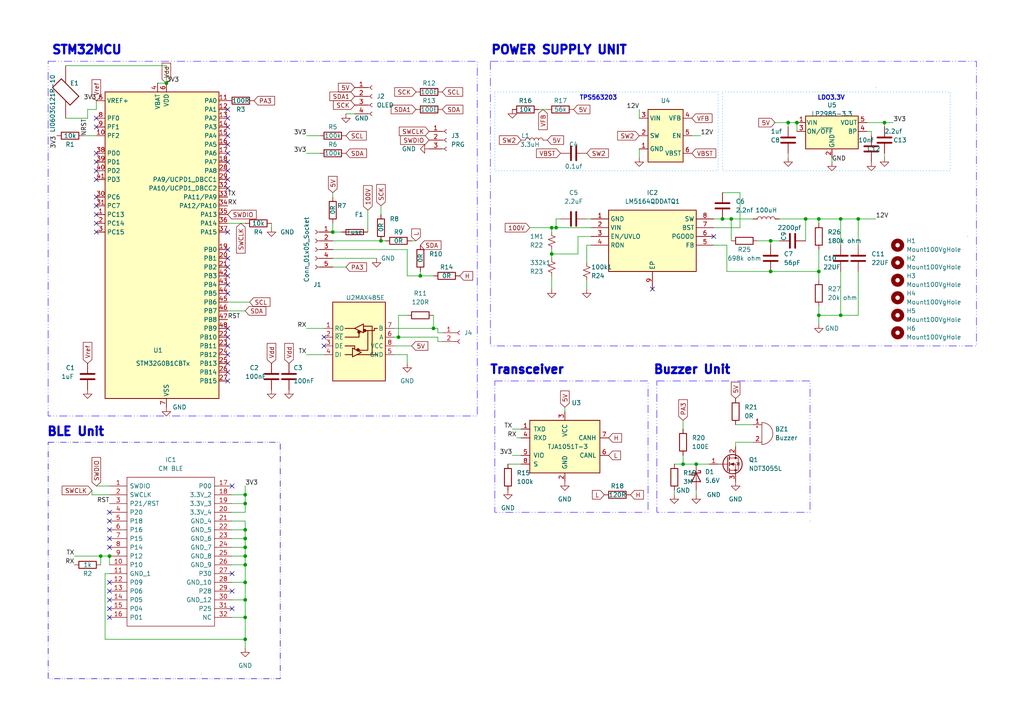
<source format=kicad_sch>
(kicad_sch (version 20230121) (generator eeschema)
  (paper "A4")
  (junction (at 228.6 35.56))
  (junction (at 248.92 63.5))
  (junction (at 71.12 153.67))
  (junction (at 71.12 185.42))
  (junction (at 160.02 73.66))
  (junction (at 121.92 80.01))
  (junction (at 161.29 66.04))
  (junction (at 243.84 63.5))
  (junction (at 237.49 63.5))
  (junction (at 201.93 134.62))
  (junction (at 243.84 91.44))
  (junction (at 31.75 161.29))
  (junction (at 212.09 63.5))
  (junction (at 256.54 35.56))
  (junction (at 160.02 66.04))
  (junction (at 48.26 24.13))
  (junction (at 71.12 161.29))
  (junction (at 71.12 179.07))
  (junction (at 209.55 63.5))
  (junction (at 71.12 143.51))
  (junction (at 71.12 173.99))
  (junction (at 110.49 69.85))
  (junction (at 223.52 78.74))
  (junction (at 71.12 146.05))
  (junction (at 231.14 35.56))
  (junction (at 198.12 134.62))
  (junction (at 115.57 97.79))
  (junction (at 237.49 91.44))
  (junction (at 233.68 63.5))
  (junction (at 71.12 156.21))
  (junction (at 223.52 69.85))
  (junction (at 125.73 95.25))
  (junction (at 237.49 78.74))
  (junction (at 71.12 163.83))
  (junction (at 71.12 158.75))
  (junction (at 71.12 168.91))
  (junction (at 96.52 67.31))
  (junction (at 29.21 161.29))
  (no_connect (at 27.94 46.99))
  (no_connect (at 66.04 34.29))
  (no_connect (at 66.04 97.79))
  (no_connect (at 27.94 44.45))
  (no_connect (at 27.94 64.77))
  (no_connect (at 27.94 49.53))
  (no_connect (at 66.04 95.25))
  (no_connect (at 189.23 83.82))
  (no_connect (at 93.98 100.33))
  (no_connect (at 66.04 36.83))
  (no_connect (at 66.04 44.45))
  (no_connect (at 67.31 166.37))
  (no_connect (at 31.75 153.67))
  (no_connect (at 31.75 171.45))
  (no_connect (at 27.94 59.69))
  (no_connect (at 27.94 67.31))
  (no_connect (at 67.31 176.53))
  (no_connect (at 66.04 77.47))
  (no_connect (at 207.01 68.58))
  (no_connect (at 66.04 80.01))
  (no_connect (at 66.04 100.33))
  (no_connect (at 66.04 39.37))
  (no_connect (at 66.04 85.09))
  (no_connect (at 31.75 158.75))
  (no_connect (at 27.94 36.83))
  (no_connect (at 66.04 105.41))
  (no_connect (at 27.94 52.07))
  (no_connect (at 31.75 148.59))
  (no_connect (at 31.75 179.07))
  (no_connect (at 93.98 97.79))
  (no_connect (at 66.04 31.75))
  (no_connect (at 31.75 156.21))
  (no_connect (at 31.75 151.13))
  (no_connect (at 66.04 110.49))
  (no_connect (at 67.31 171.45))
  (no_connect (at 66.04 41.91))
  (no_connect (at 66.04 102.87))
  (no_connect (at 67.31 140.97))
  (no_connect (at 31.75 173.99))
  (no_connect (at 66.04 49.53))
  (no_connect (at 66.04 107.95))
  (no_connect (at 66.04 54.61))
  (no_connect (at 66.04 74.93))
  (no_connect (at 27.94 57.15))
  (no_connect (at 66.04 46.99))
  (no_connect (at 66.04 72.39))
  (no_connect (at 27.94 34.29))
  (no_connect (at 66.04 82.55))
  (no_connect (at 66.04 67.31))
  (no_connect (at 31.75 168.91))
  (no_connect (at 66.04 52.07))
  (no_connect (at 27.94 62.23))
  (no_connect (at 31.75 176.53))
  (wire (pts (xy 153.67 66.04) (xy 160.02 66.04)))
  (wire (pts (xy 212.09 63.5) (xy 212.09 69.85)))
  (wire (pts (xy 160.02 72.39) (xy 160.02 73.66)))
  (wire (pts (xy 71.12 161.29) (xy 71.12 163.83)))
  (wire (pts (xy 71.12 153.67) (xy 71.12 156.21)))
  (wire (pts (xy 71.12 151.13) (xy 71.12 153.67)))
  (wire (pts (xy 226.06 63.5) (xy 233.68 63.5)))
  (wire (pts (xy 252.73 38.1) (xy 252.73 39.37)))
  (wire (pts (xy 71.12 143.51) (xy 71.12 146.05)))
  (wire (pts (xy 48.26 19.05) (xy 48.26 24.13)))
  (wire (pts (xy 207.01 63.5) (xy 209.55 63.5)))
  (wire (pts (xy 219.71 69.85) (xy 223.52 69.85)))
  (wire (pts (xy 96.52 64.77) (xy 96.52 67.31)))
  (wire (pts (xy 67.31 161.29) (xy 71.12 161.29)))
  (wire (pts (xy 248.92 91.44) (xy 243.84 91.44)))
  (wire (pts (xy 198.12 121.92) (xy 198.12 124.46)))
  (wire (pts (xy 71.12 158.75) (xy 71.12 161.29)))
  (wire (pts (xy 148.59 124.46) (xy 151.13 124.46)))
  (wire (pts (xy 26.67 142.24) (xy 26.67 143.51)))
  (wire (pts (xy 25.4 31.75) (xy 27.94 31.75)))
  (wire (pts (xy 19.05 19.05) (xy 48.26 19.05)))
  (wire (pts (xy 106.68 60.96) (xy 106.68 67.31)))
  (wire (pts (xy 71.12 163.83) (xy 71.12 168.91)))
  (wire (pts (xy 71.12 146.05) (xy 71.12 148.59)))
  (wire (pts (xy 67.31 156.21) (xy 71.12 156.21)))
  (wire (pts (xy 223.52 78.74) (xy 237.49 78.74)))
  (wire (pts (xy 67.31 173.99) (xy 71.12 173.99)))
  (wire (pts (xy 29.21 161.29) (xy 29.21 163.83)))
  (wire (pts (xy 127 95.25) (xy 127 96.52)))
  (wire (pts (xy 237.49 63.5) (xy 237.49 64.77)))
  (wire (pts (xy 67.31 179.07) (xy 71.12 179.07)))
  (wire (pts (xy 248.92 78.74) (xy 248.92 91.44)))
  (wire (pts (xy 71.12 90.17) (xy 66.04 90.17)))
  (wire (pts (xy 207.01 66.04) (xy 214.63 66.04)))
  (wire (pts (xy 127 99.06) (xy 128.27 99.06)))
  (wire (pts (xy 213.36 128.27) (xy 213.36 129.54)))
  (wire (pts (xy 162.56 63.5) (xy 161.29 63.5)))
  (wire (pts (xy 88.9 95.25) (xy 93.98 95.25)))
  (wire (pts (xy 160.02 66.04) (xy 160.02 67.31)))
  (wire (pts (xy 218.44 128.27) (xy 213.36 128.27)))
  (wire (pts (xy 119.38 69.85) (xy 120.65 69.85)))
  (wire (pts (xy 71.12 179.07) (xy 71.12 185.42)))
  (wire (pts (xy 125.73 91.44) (xy 125.73 95.25)))
  (wire (pts (xy 170.18 81.28) (xy 170.18 83.82)))
  (wire (pts (xy 256.54 35.56) (xy 256.54 36.83)))
  (wire (pts (xy 29.21 161.29) (xy 31.75 161.29)))
  (wire (pts (xy 31.75 166.37) (xy 30.48 166.37)))
  (wire (pts (xy 170.18 63.5) (xy 171.45 63.5)))
  (wire (pts (xy 228.6 35.56) (xy 231.14 35.56)))
  (wire (pts (xy 161.29 63.5) (xy 161.29 66.04)))
  (wire (pts (xy 115.57 91.44) (xy 115.57 97.79)))
  (wire (pts (xy 198.12 132.08) (xy 198.12 134.62)))
  (wire (pts (xy 118.11 72.39) (xy 118.11 80.01)))
  (wire (pts (xy 195.58 134.62) (xy 198.12 134.62)))
  (wire (pts (xy 161.29 66.04) (xy 171.45 66.04)))
  (wire (pts (xy 241.3 45.72) (xy 241.3 46.99)))
  (wire (pts (xy 67.31 158.75) (xy 71.12 158.75)))
  (wire (pts (xy 125.73 95.25) (xy 127 95.25)))
  (wire (pts (xy 231.14 35.56) (xy 231.14 38.1)))
  (wire (pts (xy 115.57 97.79) (xy 127 97.79)))
  (wire (pts (xy 24.13 39.37) (xy 27.94 39.37)))
  (wire (pts (xy 185.42 43.18) (xy 185.42 45.72)))
  (wire (pts (xy 96.52 72.39) (xy 118.11 72.39)))
  (wire (pts (xy 256.54 35.56) (xy 251.46 35.56)))
  (wire (pts (xy 224.79 35.56) (xy 228.6 35.56)))
  (wire (pts (xy 67.31 168.91) (xy 71.12 168.91)))
  (wire (pts (xy 72.39 87.63) (xy 66.04 87.63)))
  (wire (pts (xy 200.66 39.37) (xy 203.2 39.37)))
  (wire (pts (xy 256.54 44.45) (xy 256.54 45.72)))
  (wire (pts (xy 233.68 63.5) (xy 233.68 69.85)))
  (wire (pts (xy 96.52 67.31) (xy 99.06 67.31)))
  (wire (pts (xy 212.09 63.5) (xy 218.44 63.5)))
  (wire (pts (xy 71.12 173.99) (xy 71.12 179.07)))
  (wire (pts (xy 114.3 102.87) (xy 118.11 102.87)))
  (wire (pts (xy 67.31 146.05) (xy 71.12 146.05)))
  (wire (pts (xy 210.82 78.74) (xy 223.52 78.74)))
  (wire (pts (xy 147.32 134.62) (xy 151.13 134.62)))
  (wire (pts (xy 237.49 88.9) (xy 237.49 91.44)))
  (wire (pts (xy 118.11 80.01) (xy 121.92 80.01)))
  (wire (pts (xy 148.59 132.08) (xy 151.13 132.08)))
  (wire (pts (xy 185.42 31.75) (xy 185.42 34.29)))
  (wire (pts (xy 209.55 63.5) (xy 212.09 63.5)))
  (wire (pts (xy 160.02 80.01) (xy 160.02 83.82)))
  (wire (pts (xy 127 97.79) (xy 127 99.06)))
  (wire (pts (xy 110.49 69.85) (xy 111.76 69.85)))
  (wire (pts (xy 201.93 142.24) (xy 201.93 143.51)))
  (wire (pts (xy 198.12 134.62) (xy 201.93 134.62)))
  (wire (pts (xy 243.84 78.74) (xy 243.84 91.44)))
  (wire (pts (xy 167.64 68.58) (xy 167.64 73.66)))
  (wire (pts (xy 25.4 34.29) (xy 25.4 31.75)))
  (wire (pts (xy 88.9 44.45) (xy 92.71 44.45)))
  (wire (pts (xy 96.52 69.85) (xy 110.49 69.85)))
  (wire (pts (xy 121.92 80.01) (xy 125.73 80.01)))
  (wire (pts (xy 167.64 73.66) (xy 160.02 73.66)))
  (wire (pts (xy 114.3 95.25) (xy 125.73 95.25)))
  (wire (pts (xy 201.93 134.62) (xy 205.74 134.62)))
  (wire (pts (xy 71.12 140.97) (xy 71.12 143.51)))
  (wire (pts (xy 88.9 39.37) (xy 92.71 39.37)))
  (wire (pts (xy 118.11 91.44) (xy 115.57 91.44)))
  (wire (pts (xy 31.75 161.29) (xy 31.75 163.83)))
  (wire (pts (xy 67.31 143.51) (xy 71.12 143.51)))
  (wire (pts (xy 251.46 38.1) (xy 252.73 38.1)))
  (wire (pts (xy 118.11 102.87) (xy 118.11 105.41)))
  (wire (pts (xy 114.3 100.33) (xy 119.38 100.33)))
  (wire (pts (xy 27.94 140.97) (xy 31.75 140.97)))
  (wire (pts (xy 71.12 156.21) (xy 71.12 158.75)))
  (wire (pts (xy 31.75 143.51) (xy 26.67 143.51)))
  (wire (pts (xy 171.45 71.12) (xy 170.18 71.12)))
  (wire (pts (xy 114.3 97.79) (xy 115.57 97.79)))
  (wire (pts (xy 160.02 66.04) (xy 161.29 66.04)))
  (wire (pts (xy 78.74 66.04) (xy 78.74 64.77)))
  (wire (pts (xy 237.49 72.39) (xy 237.49 78.74)))
  (wire (pts (xy 149.86 127) (xy 151.13 127)))
  (wire (pts (xy 243.84 63.5) (xy 248.92 63.5)))
  (wire (pts (xy 100.33 33.02) (xy 102.87 33.02)))
  (wire (pts (xy 228.6 44.45) (xy 228.6 45.72)))
  (wire (pts (xy 71.12 64.77) (xy 66.04 64.77)))
  (wire (pts (xy 96.52 77.47) (xy 100.33 77.47)))
  (wire (pts (xy 214.63 66.04) (xy 214.63 55.88)))
  (wire (pts (xy 67.31 153.67) (xy 71.12 153.67)))
  (wire (pts (xy 233.68 63.5) (xy 237.49 63.5)))
  (wire (pts (xy 259.08 35.56) (xy 256.54 35.56)))
  (wire (pts (xy 88.9 102.87) (xy 93.98 102.87)))
  (wire (pts (xy 71.12 185.42) (xy 71.12 187.96)))
  (wire (pts (xy 170.18 71.12) (xy 170.18 76.2)))
  (wire (pts (xy 30.48 166.37) (xy 30.48 185.42)))
  (wire (pts (xy 30.48 185.42) (xy 71.12 185.42)))
  (wire (pts (xy 210.82 71.12) (xy 210.82 78.74)))
  (wire (pts (xy 195.58 142.24) (xy 195.58 143.51)))
  (wire (pts (xy 237.49 91.44) (xy 243.84 91.44)))
  (wire (pts (xy 248.92 63.5) (xy 248.92 71.12)))
  (wire (pts (xy 237.49 78.74) (xy 237.49 81.28)))
  (wire (pts (xy 248.92 63.5) (xy 254 63.5)))
  (wire (pts (xy 21.59 161.29) (xy 29.21 161.29)))
  (wire (pts (xy 19.05 34.29) (xy 25.4 34.29)))
  (wire (pts (xy 207.01 71.12) (xy 210.82 71.12)))
  (wire (pts (xy 214.63 55.88) (xy 209.55 55.88)))
  (wire (pts (xy 163.83 119.38) (xy 163.83 118.11)))
  (wire (pts (xy 213.36 123.19) (xy 218.44 123.19)))
  (wire (pts (xy 121.92 80.01) (xy 121.92 78.74)))
  (wire (pts (xy 67.31 151.13) (xy 71.12 151.13)))
  (wire (pts (xy 110.49 59.69) (xy 110.49 62.23)))
  (wire (pts (xy 223.52 69.85) (xy 223.52 71.12)))
  (wire (pts (xy 243.84 63.5) (xy 243.84 71.12)))
  (wire (pts (xy 223.52 69.85) (xy 226.06 69.85)))
  (wire (pts (xy 237.49 63.5) (xy 243.84 63.5)))
  (wire (pts (xy 27.94 31.75) (xy 27.94 29.21)))
  (wire (pts (xy 160.02 73.66) (xy 160.02 74.93)))
  (wire (pts (xy 48.26 24.13) (xy 45.72 24.13)))
  (wire (pts (xy 71.12 168.91) (xy 71.12 173.99)))
  (wire (pts (xy 67.31 148.59) (xy 71.12 148.59)))
  (wire (pts (xy 171.45 68.58) (xy 167.64 68.58)))
  (wire (pts (xy 228.6 35.56) (xy 228.6 36.83)))
  (wire (pts (xy 237.49 91.44) (xy 237.49 93.98)))
  (wire (pts (xy 156.21 31.75) (xy 158.75 31.75)))
  (wire (pts (xy 109.22 74.93) (xy 96.52 74.93)))
  (wire (pts (xy 96.52 55.88) (xy 96.52 57.15)))
  (wire (pts (xy 71.12 163.83) (xy 67.31 163.83)))
  (wire (pts (xy 127 96.52) (xy 128.27 96.52)))
  (rectangle (start 143.51 110.49) (end 187.96 148.59) (stroke (width 0.2) (type dash_dot_dot) (color 102 74 255 1)))
  (rectangle (start 190.5 110.49) (end 234.95 148.59) (stroke (width 0.2) (type dash_dot_dot) (color 102 74 255 1)))
  (rectangle (start 143.51 26.67) (end 208.28 49.53) (stroke (width 0.2) (type dot) (color 56 179 255 1)))
  (rectangle (start 58.42 195.58) (end 58.42 195.58))
  (rectangle (start 280.67 68.58) (end 280.67 68.58))
  (rectangle (start 142.24 17.78) (end 283.21 100.33) (stroke (width 0.2) (type dash_dot_dot) (color 102 74 255 1)))
  (rectangle (start 209.55 26.67) (end 275.59 49.53) (stroke (width 0.2) (type dot) (color 56 179 255 1)))
  (rectangle (start 13.97 17.78) (end 138.43 120.65) (stroke (width 0.2) (type dash_dot_dot) (color 102 74 255 1)))
  (rectangle (start 234.95 151.13) (end 234.95 151.13))
  (rectangle (start 13.97 128.27) (end 81.28 196.85) (stroke (width 0) (type dash_dot_dot)))
  (rectangle (start 254 25.4) (end 254 25.4))
  (text "STM32MCU\n\n\n" (at 35.56 24.13 0) (effects (font (size 2.5 2.5) (thickness 0.65) bold) (justify right bottom)))
  (text "Buzzer Unit\n\n\n" (at 212.09 116.84 0) (effects (font (size 2.5 2.5) (thickness 0.65) bold) (justify right bottom)))
  (text "BLE Unit\n\n" (at 30.48 130.81 0) (effects (font (size 2.5 2.5) (thickness 0.65) bold) (justify right bottom)))
  (text "LDO3.3V" (at 245.11 29.21 0) (effects (font (size 1.27 1.27) (thickness 0.254) bold) (justify right bottom)))
  (text "POWER SUPPLY UNIT \n\n\n" (at 142.24 24.13 0) (effects (font (size 2.5 2.5) (thickness 0.65) bold) (justify left bottom)))
  (text "TPS563203" (at 179.07 29.21 0) (effects (font (size 1.27 1.27) (thickness 0.254) bold) (justify right bottom)))
  (text "Transceiver\n\n\n" (at 163.83 116.84 0) (effects (font (size 2.5 2.5) (thickness 0.65) bold) (justify right bottom)))
  (label "12V" (at 185.42 31.75 180))
  (label "3V3" (at 88.9 44.45 180))
  (label "RX" (at 149.86 127 180))
  (label "RST" (at 66.04 92.71 0))
  (label "3V3" (at 16.51 39.37 270))
  (label "RX" (at 88.9 95.25 180))
  (label "GND" (at 241.3 46.99 0))
  (label "12V" (at 254 63.5 0))
  (label "TX" (at 21.59 161.29 180))
  (label "TX" (at 148.59 124.46 180))
  (label "NRST" (at 25.4 39.37 90))
  (label "RX" (at 21.59 163.83 180))
  (label "12V" (at 203.2 39.37 0))
  (label "3V3" (at 88.9 39.37 180))
  (label "RST" (at 31.75 146.05 180))
  (label "3V3" (at 48.26 24.13 0))
  (label "3V3" (at 71.12 140.97 0))
  (label "TX" (at 88.9 102.87 180))
  (label "TX" (at 66.04 57.15 0))
  (label "RX" (at 66.04 59.69 0))
  (label "3V3" (at 148.59 132.08 180))
  (label "3V3" (at 27.94 29.21 180))
  (label "3V3" (at 259.08 35.56 0))
  (global_label "VFB" (shape input) (at 157.48 31.75 270) (property "Intersheetrefs" "${INTERSHEET_REFS}" (effects hide)))
  (global_label "H" (shape input) (at 182.88 143.51 0) (property "Intersheetrefs" "${INTERSHEET_REFS}" (effects hide)))
  (global_label "SCL" (shape input) (at 72.39 87.63 0) (property "Intersheetrefs" "${INTERSHEET_REFS}" (effects hide)))
  (global_label "SWCLK" (shape input) (at 124.46 38.1 180) (property "Intersheetrefs" "${INTERSHEET_REFS}" (effects hide)))
  (global_label "VBST" (shape input) (at 162.56 44.45 180) (property "Intersheetrefs" "${INTERSHEET_REFS}" (effects hide)))
  (global_label "Vdd" (shape input) (at 78.74 105.41 90) (property "Intersheetrefs" "${INTERSHEET_REFS}" (effects hide)))
  (global_label "SCK" (shape input) (at 102.87 30.48 180) (property "Intersheetrefs" "${INTERSHEET_REFS}" (effects hide)))
  (global_label "5V" (shape input) (at 96.52 55.88 90) (property "Intersheetrefs" "${INTERSHEET_REFS}" (effects hide)))
  (global_label "SDA" (shape input) (at 71.12 90.17 0) (property "Intersheetrefs" "${INTERSHEET_REFS}" (effects hide)))
  (global_label "5V" (shape input) (at 166.37 31.75 0) (property "Intersheetrefs" "${INTERSHEET_REFS}" (effects hide)))
  (global_label "H" (shape input) (at 133.35 80.01 0) (property "Intersheetrefs" "${INTERSHEET_REFS}" (effects hide)))
  (global_label "5V" (shape input) (at 224.79 35.56 180) (property "Intersheetrefs" "${INTERSHEET_REFS}" (effects hide)))
  (global_label "SDA1" (shape input) (at 102.87 27.94 180) (property "Intersheetrefs" "${INTERSHEET_REFS}" (effects hide)))
  (global_label "SWDIO" (shape input) (at 27.94 140.97 90) (property "Intersheetrefs" "${INTERSHEET_REFS}" (effects hide)))
  (global_label "SDA" (shape input) (at 128.27 31.75 0) (property "Intersheetrefs" "${INTERSHEET_REFS}" (effects hide)))
  (global_label "SWDIO" (shape input) (at 66.04 62.23 0) (property "Intersheetrefs" "${INTERSHEET_REFS}" (effects hide)))
  (global_label "SCL" (shape input) (at 100.33 39.37 0) (property "Intersheetrefs" "${INTERSHEET_REFS}" (effects hide)))
  (global_label "SCL" (shape input) (at 128.27 26.67 0) (property "Intersheetrefs" "${INTERSHEET_REFS}" (effects hide)))
  (global_label "L" (shape input) (at 176.53 132.08 0) (property "Intersheetrefs" "${INTERSHEET_REFS}" (effects hide)))
  (global_label "SW2" (shape input) (at 170.18 44.45 0) (property "Intersheetrefs" "${INTERSHEET_REFS}" (effects hide)))
  (global_label "SDA1" (shape input) (at 120.65 31.75 180) (property "Intersheetrefs" "${INTERSHEET_REFS}" (effects hide)))
  (global_label "PA3" (shape input) (at 73.66 29.21 0) (property "Intersheetrefs" "${INTERSHEET_REFS}" (effects hide)))
  (global_label "L" (shape input) (at 120.65 69.85 90) (property "Intersheetrefs" "${INTERSHEET_REFS}" (effects hide)))
  (global_label "SCK" (shape input) (at 110.49 59.69 90) (property "Intersheetrefs" "${INTERSHEET_REFS}" (effects hide)))
  (global_label "5V" (shape input) (at 163.83 118.11 90) (property "Intersheetrefs" "${INTERSHEET_REFS}" (effects hide)))
  (global_label "5V" (shape input) (at 213.36 115.57 90) (property "Intersheetrefs" "${INTERSHEET_REFS}" (effects hide)))
  (global_label "SWDIO" (shape input) (at 124.46 40.64 180) (property "Intersheetrefs" "${INTERSHEET_REFS}" (effects hide)))
  (global_label "L" (shape input) (at 175.26 143.51 180) (property "Intersheetrefs" "${INTERSHEET_REFS}" (effects hide)))
  (global_label "VBST" (shape input) (at 200.66 44.45 0) (property "Intersheetrefs" "${INTERSHEET_REFS}" (effects hide)))
  (global_label "SWCLK" (shape input) (at 69.85 64.77 270) (property "Intersheetrefs" "${INTERSHEET_REFS}" (effects hide)))
  (global_label "SW2" (shape input) (at 151.13 40.64 180) (property "Intersheetrefs" "${INTERSHEET_REFS}" (effects hide)))
  (global_label "Vdd" (shape input) (at 48.26 24.13 90) (property "Intersheetrefs" "${INTERSHEET_REFS}" (effects hide)))
  (global_label "100V" (shape input) (at 153.67 66.04 180) (property "Intersheetrefs" "${INTERSHEET_REFS}" (effects hide)))
  (global_label "H" (shape input) (at 176.53 127 0) (property "Intersheetrefs" "${INTERSHEET_REFS}" (effects hide)))
  (global_label "Vref" (shape input) (at 25.4 105.41 90) (property "Intersheetrefs" "${INTERSHEET_REFS}" (effects hide)))
  (global_label "100V" (shape input) (at 106.68 60.96 90) (property "Intersheetrefs" "${INTERSHEET_REFS}" (effects hide)))
  (global_label "PA3" (shape input) (at 100.33 77.47 0) (property "Intersheetrefs" "${INTERSHEET_REFS}" (effects hide)))
  (global_label "SDA" (shape input) (at 121.92 71.12 0) (property "Intersheetrefs" "${INTERSHEET_REFS}" (effects hide)))
  (global_label "Vref" (shape input) (at 27.94 29.21 90) (property "Intersheetrefs" "${INTERSHEET_REFS}" (effects hide)))
  (global_label "SWCLK" (shape input) (at 26.67 142.24 180) (property "Intersheetrefs" "${INTERSHEET_REFS}" (effects hide)))
  (global_label "Vdd" (shape input) (at 83.82 105.41 90) (property "Intersheetrefs" "${INTERSHEET_REFS}" (effects hide)))
  (global_label "5V" (shape input) (at 102.87 25.4 180) (property "Intersheetrefs" "${INTERSHEET_REFS}" (effects hide)))
  (global_label "SDA" (shape input) (at 100.33 44.45 0) (property "Intersheetrefs" "${INTERSHEET_REFS}" (effects hide)))
  (global_label "VFB" (shape input) (at 200.66 34.29 0) (property "Intersheetrefs" "${INTERSHEET_REFS}" (effects hide)))
  (global_label "SW2" (shape input) (at 185.42 39.37 180) (property "Intersheetrefs" "${INTERSHEET_REFS}" (effects hide)))
  (global_label "5V" (shape input) (at 158.75 40.64 0) (property "Intersheetrefs" "${INTERSHEET_REFS}" (effects hide)))
  (global_label "PA3" (shape input) (at 198.12 121.92 90) (property "Intersheetrefs" "${INTERSHEET_REFS}" (effects hide)))
  (global_label "5V" (shape input) (at 119.38 100.33 0) (property "Intersheetrefs" "${INTERSHEET_REFS}" (effects hide)))
  (global_label "SCK" (shape input) (at 120.65 26.67 180) (property "Intersheetrefs" "${INTERSHEET_REFS}" (effects hide)))
  (symbol (lib_id "Device:R") (at 96.52 44.45 90) (unit 1)
    (property "Reference" "R6" (at 96.52 41.91 90))
    (property "Value" "100k" (at 96.52 44.45 90))
    (property "Footprint" "Resistor_SMD:R_0603_1608Metric_Pad0.98x0.95mm_HandSolder" (effects hide))
  )
  (symbol (lib_id "Mechanical:MountingHole") (at 260.35 71.12 0) (unit 1)
    (property "Reference" "H1" (at 262.89 69.85 0) (effects (justify left)))
    (property "Value" "Mount100VgHole" (at 262.89 72.39 0) (effects (justify left)))
    (property "Footprint" "MountingHole:MountingHole_2.7mm_M2.5_ISO7380_Pad_TopBottom" (effects hide))
  )
  (symbol (lib_id "power:GND") (at 118.11 105.41 0) (unit 1)
    (property "Reference" "#PWR08" (effects hide))
    (property "Value" "GND" (at 118.11 110.49 0))
  )
  (symbol (lib_id "Device:R") (at 237.49 85.09 0) (unit 1)
    (property "Reference" "R27" (at 240.03 83.82 0) (effects (justify left)))
    (property "Value" "20k ohm" (at 240.03 86.36 0) (effects (justify left)))
    (property "Footprint" "Resistor_SMD:R_0603_1608Metric_Pad0.98x0.95mm_HandSolder" (effects hide))
  )
  (symbol (lib_id "Mechanical:MountingHole") (at 260.35 76.2 0) (unit 1)
    (property "Reference" "H2" (at 262.89 74.93 0) (effects (justify left)))
    (property "Value" "Mount100VgHole" (at 262.89 77.47 0) (effects (justify left)))
    (property "Footprint" "MountingHole:MountingHole_2.7mm_M2.5_ISO7380_Pad_TopBottom" (effects hide))
  )
  (symbol (lib_id "Device:R") (at 195.58 138.43 0) (unit 1)
    (property "Reference" "R19" (at 198.12 137.16 0) (effects (justify left)))
    (property "Value" "3M" (at 198.12 139.7 0) (effects (justify left)))
    (property "Footprint" "Resistor_SMD:R_0603_1608Metric_Pad0.98x0.95mm_HandSolder" (effects hide))
  )
  (symbol (lib_id "Device:D_Schottky") (at 201.93 138.43 270) (unit 1)
    (property "Reference" "D1" (at 204.47 136.8425 90) (effects (justify left)))
    (property "Value" "5.6V" (at 204.47 139.3825 90) (effects (justify left)))
    (property "Footprint" "Diode_SMD:D_0603_1608Metric_Pad1.05x0.95mm_HandSolder" (effects hide))
  )
  (symbol (lib_id "Mechanical:MountingHole") (at 260.35 86.36 0) (unit 1)
    (property "Reference" "H4" (at 262.89 85.09 0) (effects (justify left)))
    (property "Value" "Mount100VgHole" (at 262.89 87.63 0) (effects (justify left)))
    (property "Footprint" "MountingHole:MountingHole_2.7mm_M2.5_ISO7380_Pad_TopBottom" (effects hide))
  )
  (symbol (lib_id "Connector:Conn_01x03_Socket") (at 129.54 40.64 0) (unit 1)
    (property "Reference" "J3" (at 130.81 39.37 0) (effects (justify left)))
    (property "Value" "PRG" (at 130.81 41.91 0) (effects (justify left)))
    (property "Footprint" "TerminalBlock:TerminalBlock_bornier-3_P5.08mm" (effects hide))
  )
  (symbol (lib_id "Device:R") (at 20.32 39.37 90) (unit 1)
    (property "Reference" "R1" (at 20.32 41.91 90))
    (property "Value" "10k" (at 20.32 39.37 90))
    (property "Footprint" "Resistor_SMD:R_0603_1608Metric_Pad0.98x0.95mm_HandSolder" (effects hide))
  )
  (symbol (lib_id "power:GND") (at 71.12 187.96 0) (unit 1)
    (property "Reference" "#PWR02" (effects hide))
    (property "Value" "GND" (at 71.12 193.04 0))
  )
  (symbol (lib_id "Device:R") (at 179.07 143.51 90) (unit 1)
    (property "Reference" "R18" (at 179.07 140.97 90))
    (property "Value" "120R" (at 179.07 143.51 90))
    (property "Footprint" "Resistor_SMD:R_0603_1608Metric_Pad0.98x0.95mm_HandSolder" (effects hide))
  )
  (symbol (lib_id "Device:R") (at 69.85 29.21 90) (unit 1)
    (property "Reference" "R3" (at 69.85 31.75 90))
    (property "Value" "100R" (at 69.85 29.21 90))
    (property "Footprint" "Resistor_SMD:R_0603_1608Metric_Pad0.98x0.95mm_HandSolder" (effects hide))
  )
  (symbol (lib_id "Device:C") (at 243.84 74.93 0) (unit 1)
    (property "Reference" "C10" (at 238.76 74.93 0) (effects (justify left)))
    (property "Value" "22UF" (at 238.76 77.47 0) (effects (justify left)))
    (property "Footprint" "Capacitor_SMD:C_1206_3216Metric_Pad1.33x1.80mm_HandSolder" (effects hide))
  )
  (symbol (lib_id "Device:R") (at 124.46 26.67 90) (unit 1)
    (property "Reference" "R12" (at 124.46 24.13 90))
    (property "Value" "100E" (at 124.46 26.67 90))
    (property "Footprint" "Resistor_SMD:R_0603_1608Metric_Pad0.98x0.95mm_HandSolder" (effects hide))
  )
  (symbol (lib_id "Device:C") (at 229.87 69.85 90) (unit 1)
    (property "Reference" "C9" (at 227.33 69.85 0) (effects (justify left)))
    (property "Value" "2200pf" (at 232.41 66.04 90) (effects (justify left)))
    (property "Footprint" "Capacitor_SMD:C_0805_2012Metric_Pad1.18x1.45mm_HandSolder" (effects hide))
  )
  (symbol (lib_id "Interface_CAN_LIN:TJA1051T-3") (at 163.83 129.54 0) (unit 1)
    (property "Reference" "U3" (at 165.7859 116.84 0) (effects (justify left)))
    (property "Value" "TJA1051T-3" (at 158.75 129.54 0) (effects (justify left)))
    (property "Footprint" "Package_SO:SOIC-8_3.9x4.9mm_P1.27mm" (effects hide))
    (property "Datasheet" "http://www.nxp.com/documents/data_sheet/TJA1051.pdf" (effects hide))
  )
  (symbol (lib_id "power:GND") (at 148.59 31.75 0) (unit 1)
    (property "Reference" "#PWR011" (effects hide))
    (property "Value" "GND" (effects hide))
  )
  (symbol (lib_id "Device:R") (at 96.52 39.37 90) (unit 1)
    (property "Reference" "R5" (at 96.52 36.83 90))
    (property "Value" "100k" (at 96.52 39.37 90))
    (property "Footprint" "Resistor_SMD:R_0603_1608Metric_Pad0.98x0.95mm_HandSolder" (effects hide))
  )
  (symbol (lib_id "Device:C") (at 166.37 63.5 270) (unit 1)
    (property "Reference" "C5" (at 166.37 55.88 90))
    (property "Value" "2.2uF" (at 166.37 58.42 90))
    (property "Footprint" "Capacitor_SMD:C_0402_1005Metric_Pad0.74x0.62mm_HandSolder" (effects hide))
  )
  (symbol (lib_id "power:GND") (at 237.49 93.98 0) (unit 1)
    (property "Reference" "#PWR020" (effects hide))
    (property "Value" "GND" (at 241.3 95.25 0))
  )
  (symbol (lib_id "Device:C") (at 228.6 40.64 0) (unit 1)
    (property "Reference" "C8" (at 223.52 40.64 0) (effects (justify left)))
    (property "Value" "1uf" (at 223.52 38.1 0) (effects (justify left)))
    (property "Footprint" "Capacitor_SMD:C_0805_2012Metric_Pad1.18x1.45mm_HandSolder" (effects hide))
  )
  (symbol (lib_id "Device:R_Small_US") (at 160.02 77.47 0) (unit 1)
    (property "Reference" "332k1" (at 153.67 76.2 0) (effects (justify left)))
    (property "Value" "R23" (at 153.67 78.74 0) (effects (justify left)))
    (property "Footprint" "Resistor_SMD:R_0603_1608Metric_Pad0.98x0.95mm_HandSolder" (effects hide))
  )
  (symbol (lib_id "Device:C") (at 25.4 109.22 0) (unit 1)
    (property "Reference" "C1" (at 19.05 106.68 0) (effects (justify left)))
    (property "Value" "1uF" (at 17.78 109.22 0) (effects (justify left)))
    (property "Footprint" "Capacitor_SMD:C_0805_2012Metric_Pad1.18x1.45mm_HandSolder" (effects hide))
  )
  (symbol (lib_id "power:GND") (at 201.93 143.51 0) (unit 1)
    (property "Reference" "#PWR017" (effects hide))
    (property "Value" "GND" (at 207.01 143.51 0))
  )
  (symbol (lib_id "power:GND") (at 163.83 139.7 0) (unit 1)
    (property "Reference" "#PWR013" (effects hide))
    (property "Value" "GND" (at 163.83 144.78 0))
  )
  (symbol (lib_id "power:GND") (at 25.4 113.03 0) (unit 1)
    (property "Reference" "#PWR024" (effects hide))
    (property "Value" "GND" (effects hide))
  )
  (symbol (lib_id "Device:C") (at 166.37 44.45 90) (unit 1)
    (property "Reference" "C4" (at 166.37 41.91 90))
    (property "Value" "0.1uf" (at 166.37 48.26 90))
    (property "Footprint" "Capacitor_SMD:C_0805_2012Metric_Pad1.18x1.45mm_HandSolder" (effects hide))
  )
  (symbol (lib_id "Connector:Conn_01x04_Socket") (at 107.95 27.94 0) (unit 1)
    (property "Reference" "J2" (at 109.22 27.94 0) (effects (justify left)))
    (property "Value" "OLED" (at 109.22 30.48 0) (effects (justify left)))
    (property "Footprint" "TerminalBlock:TerminalBlock_bornier-4_P5.08mm" (effects hide))
  )
  (symbol (lib_id "Mechanical:MountingHole") (at 260.35 91.44 0) (unit 1)
    (property "Reference" "H5" (at 262.89 90.17 0) (effects (justify left)))
    (property "Value" "Mount100VgHole" (at 262.89 92.71 0) (effects (justify left)))
    (property "Footprint" "MountingHole:MountingHole_2.7mm_M2.5_ISO7380_Pad_TopBottom" (effects hide))
  )
  (symbol (lib_id "Device:R") (at 96.52 60.96 0) (unit 1)
    (property "Reference" "R7" (at 97.79 59.69 0) (effects (justify left)))
    (property "Value" "0R" (at 96.52 62.23 90) (effects (justify left)))
    (property "Footprint" "Resistor_SMD:R_0603_1608Metric_Pad0.98x0.95mm_HandSolder" (effects hide))
  )
  (symbol (lib_id "Device:L") (at 222.25 63.5 90) (unit 1)
    (property "Reference" "L2" (effects hide))
    (property "Value" "100uH" (at 222.25 60.96 90))
    (property "Footprint" "Inductor_SMD:L_0805_2012Metric_Pad1.15x1.40mm_HandSolder" (effects hide))
  )
  (symbol (lib_id "Device:C") (at 83.82 109.22 0) (unit 1)
    (property "Reference" "C3" (at 85.09 106.68 0) (effects (justify left)))
    (property "Value" "100nF" (at 85.09 110.49 0) (effects (justify left)))
    (property "Footprint" "Capacitor_SMD:C_0805_2012Metric_Pad1.18x1.45mm_HandSolder" (effects hide))
  )
  (symbol (lib_id "Device:L") (at 154.94 40.64 90) (unit 1)
    (property "Reference" "L1" (at 152.4 39.37 90))
    (property "Value" "3.3uH" (at 153.67 41.91 90))
    (property "Footprint" "Inductor_SMD:L_0402_1005Metric_Pad0.77x0.64mm_HandSolder" (effects hide))
  )
  (symbol (lib_id "Device:R") (at 25.4 163.83 90) (unit 1)
    (property "Reference" "R2" (at 25.4 166.37 90))
    (property "Value" "1k" (at 25.4 163.83 90))
    (property "Footprint" "Resistor_SMD:R_0603_1608Metric_Pad0.98x0.95mm_HandSolder" (effects hide))
  )
  (symbol (lib_id "power:GND") (at 147.32 142.24 0) (unit 1)
    (property "Reference" "#PWR010" (effects hide))
    (property "Value" "GND" (at 147.32 147.32 0))
  )
  (symbol (lib_id "power:GND") (at 100.33 33.02 0) (unit 1)
    (property "Reference" "#PWR06" (effects hide))
    (property "Value" "GND" (at 102.87 34.29 0) (effects (justify left)))
  )
  (symbol (lib_id "Device:Buzzer") (at 220.98 125.73 0) (unit 1)
    (property "Reference" "BZ1" (at 224.79 124.46 0) (effects (justify left)))
    (property "Value" "Buzzer" (at 224.79 127 0) (effects (justify left)))
    (property "Footprint" "Buzzer_Beeper:Indicator_PUI_AI-1440-TWT-24V-2-R" (effects hide))
  )
  (symbol (lib_id "Device:R") (at 213.36 119.38 0) (unit 1)
    (property "Reference" "R21" (at 215.9 118.11 0) (effects (justify left)))
    (property "Value" "0R" (at 215.9 120.65 0) (effects (justify left)))
    (property "Footprint" "Resistor_SMD:R_0603_1608Metric_Pad0.98x0.95mm_HandSolder" (effects hide))
  )
  (symbol (lib_id "Connector:Conn_01x02_Socket") (at 133.35 96.52 0) (unit 1)
    (property "Reference" "J4" (at 134.62 96.52 0) (effects (justify left)))
    (property "Value" "Conn_01x02_Socket" (effects hide))
    (property "Footprint" "TerminalBlock:TerminalBlock_bornier-2_P5.08mm" (effects hide))
  )
  (symbol (lib_id "Device:R") (at 152.4 31.75 90) (unit 1)
    (property "Reference" "R16" (at 152.4 29.21 90))
    (property "Value" "10k" (at 152.4 31.75 90))
    (property "Footprint" "Resistor_SMD:R_0603_1608Metric_Pad0.98x0.95mm_HandSolder" (effects hide))
  )
  (symbol (lib_id "Device:R") (at 215.9 69.85 90) (unit 1)
    (property "Reference" "R25" (at 215.9 72.39 90))
    (property "Value" "698k ohm" (at 215.9 74.93 90))
    (property "Footprint" "Resistor_SMD:R_0603_1608Metric_Pad0.98x0.95mm_HandSolder" (effects hide))
  )
  (symbol (lib_id "Device:C") (at 209.55 59.69 180) (unit 1)
    (property "Reference" "C6" (at 213.36 58.42 0) (effects (justify right)))
    (property "Value" "2.2nf" (at 213.36 60.96 0) (effects (justify right)))
    (property "Footprint" "Capacitor_SMD:C_0603_1608Metric_Pad1.08x0.95mm_HandSolder" (effects hide))
  )
  (symbol (lib_id "Device:C") (at 223.52 74.93 180) (unit 1)
    (property "Reference" "C7" (at 227.33 73.66 0) (effects (justify right)))
    (property "Value" "56pF" (at 227.33 76.2 0) (effects (justify right)))
    (property "Footprint" "Capacitor_SMD:C_0402_1005Metric_Pad0.74x0.62mm_HandSolder" (effects hide))
  )
  (symbol (lib_id "Device:R") (at 237.49 68.58 0) (unit 1)
    (property "Reference" "R26" (at 240.03 67.31 0) (effects (justify left)))
    (property "Value" "180k ohm" (at 240.03 69.85 0) (effects (justify left)))
    (property "Footprint" "Resistor_SMD:R_0603_1608Metric_Pad0.98x0.95mm_HandSolder" (effects hide))
  )
  (symbol (lib_id "LI0603G121R-10:LI0603G121R-10") (at 19.05 26.67 90) (unit 1)
    (property "Reference" "E1" (at 20.32 24.13 90) (effects (justify right)))
    (property "Value" "LI0603G121R-10" (at 15.24 21.59 0) (effects (justify right)))
    (property "Footprint" "LI0603G121R-10.kicad_mod files:FB_LI0603G121R-10" (effects hide))
    (property "PARTREV" "C" (effects hide))
    (property "STANDARD" "Manufacturer Recommendations" (effects hide))
    (property "MAXIMUM_PACKAGE_HEIGHT" "0.95 mm" (effects hide))
    (property "MANUFACTURER" "Laird" (effects hide))
  )
  (symbol (lib_id "power:GND") (at 83.82 113.03 0) (unit 1)
    (property "Reference" "#PWR05" (effects hide))
    (property "Value" "GND" (effects hide))
  )
  (symbol (lib_id "Device:R") (at 147.32 138.43 0) (unit 1)
    (property "Reference" "R15" (at 149.86 137.16 0) (effects (justify left)))
    (property "Value" "100k" (at 149.86 139.7 0) (effects (justify left)))
    (property "Footprint" "Resistor_SMD:R_0603_1608Metric_Pad0.98x0.95mm_HandSolder" (effects hide))
  )
  (symbol (lib_id "Device:R") (at 110.49 66.04 0) (unit 1)
    (property "Reference" "R8" (at 113.03 63.5 0) (effects (justify left)))
    (property "Value" "0R" (at 110.49 67.31 90) (effects (justify left)))
    (property "Footprint" "Resistor_SMD:R_0603_1608Metric_Pad0.98x0.95mm_HandSolder" (effects hide))
  )
  (symbol (lib_id "power:GND") (at 213.36 139.7 0) (unit 1)
    (property "Reference" "#PWR018" (effects hide))
    (property "Value" "GND" (at 213.36 144.78 0))
  )
  (symbol (lib_id "Transistor_FET:NDT3055L") (at 210.82 134.62 0) (unit 1)
    (property "Reference" "Q1" (at 217.17 133.35 0) (effects (justify left)))
    (property "Value" "NDT3055L" (at 217.17 135.89 0) (effects (justify left)))
    (property "Footprint" "Package_TO_SOT_SMD:SOT-223-3_TabPin2" (effects hide))
    (property "Datasheet" "https://www.onsemi.com/pdf/datasheet/ndt3055l-d.pdf" (effects hide))
  )
  (symbol (lib_id "power:GND") (at 170.18 83.82 0) (unit 1)
    (property "Reference" "#PWR014" (effects hide))
    (property "Value" "GND" (effects hide))
  )
  (symbol (lib_id "Regulator_Linear:LP2985-3.3") (at 241.3 38.1 0) (unit 1)
    (property "Reference" "U5" (at 241.3 30.48 0))
    (property "Value" "LP2985-3.3" (at 241.3 33.02 0))
    (property "Footprint" "Package_TO_SOT_SMD:SOT-23-5" (effects hide))
    (property "Datasheet" "http://www.ti.com/lit/ds/symlink/lp2985.pdf" (effects hide))
  )
  (symbol (lib_id "power:GND") (at 124.46 43.18 270) (unit 1)
    (property "Reference" "#PWR09" (effects hide))
    (property "Value" "GND" (at 120.65 43.18 90) (effects (justify right)))
  )
  (symbol (lib_id "power:GND") (at 78.74 66.04 0) (unit 1)
    (property "Reference" "#PWR03" (effects hide))
    (property "Value" "GND" (at 81.28 67.31 0) (effects (justify left)))
  )
  (symbol (lib_id "Device:R") (at 121.92 91.44 90) (unit 1)
    (property "Reference" "R11" (at 121.92 85.09 90))
    (property "Value" "120R" (at 121.92 87.63 90))
    (property "Footprint" "Resistor_SMD:R_0603_1608Metric_Pad0.98x0.95mm_HandSolder" (effects hide))
  )
  (symbol (lib_id "Device:R_Small_US") (at 170.18 78.74 0) (unit 1)
    (property "Reference" "100k1" (at 171.45 77.47 0) (effects (justify left)))
    (property "Value" "R24" (at 171.45 80.01 0) (effects (justify left)))
    (property "Footprint" "Resistor_SMD:R_0603_1608Metric_Pad0.98x0.95mm_HandSolder" (effects hide))
  )
  (symbol (lib_id "Regulator_Switching:TPS563200") (at 191.77 41.91 0) (unit 1)
    (property "Reference" "U4" (at 193.04 29.21 0))
    (property "Value" "TPS563200" (effects hide))
    (property "Footprint" "Package_TO_SOT_SMD:SOT-23-6" (effects hide))
    (property "Datasheet" "http://www.ti.com/lit/ds/symlink/tps563200.pdf" (effects hide))
  )
  (symbol (lib_id "Mechanical:MountingHole") (at 260.35 81.28 0) (unit 1)
    (property "Reference" "H3" (at 262.89 80.01 0) (effects (justify left)))
    (property "Value" "Mount100VgHole" (at 262.89 82.55 0) (effects (justify left)))
    (property "Footprint" "MountingHole:MountingHole_2.7mm_M2.5_ISO7380_Pad_TopBottom" (effects hide))
  )
  (symbol (lib_id "power:GND") (at 109.22 74.93 0) (unit 1)
    (property "Reference" "#PWR07" (effects hide))
    (property "Value" "GND" (at 110.49 74.93 0) (effects (justify left)))
  )
  (symbol (lib_id "Device:C") (at 248.92 74.93 0) (unit 1)
    (property "Reference" "C11" (at 252.73 73.66 0) (effects (justify left)))
    (property "Value" "22UF" (at 252.73 76.2 0) (effects (justify left)))
    (property "Footprint" "Capacitor_SMD:C_1206_3216Metric_Pad1.33x1.80mm_HandSolder" (effects hide))
  )
  (symbol (lib_id "Device:R") (at 115.57 69.85 90) (unit 1)
    (property "Reference" "R9" (at 115.57 67.31 90))
    (property "Value" "0R" (at 115.57 69.85 90))
    (property "Footprint" "Resistor_SMD:R_0603_1608Metric_Pad0.98x0.95mm_HandSolder" (effects hide))
  )
  (symbol (lib_id "Device:C") (at 256.54 40.64 0) (unit 1)
    (property "Reference" "C13" (at 259.08 40.64 0) (effects (justify left)))
    (property "Value" "2.2uf" (at 256.54 38.1 0) (effects (justify left)))
    (property "Footprint" "Capacitor_SMD:C_0805_2012Metric_Pad1.18x1.45mm_HandSolder" (effects hide))
  )
  (symbol (lib_id "Device:R") (at 121.92 74.93 0) (unit 1)
    (property "Reference" "R10" (at 124.46 73.66 0) (effects (justify left)))
    (property "Value" "0R" (at 121.92 76.2 90) (effects (justify left)))
    (property "Footprint" "Resistor_SMD:R_0603_1608Metric_Pad0.98x0.95mm_HandSolder" (effects hide))
  )
  (symbol (lib_id "Device:R") (at 74.93 64.77 90) (unit 1)
    (property "Reference" "R4" (at 74.93 67.31 90))
    (property "Value" "10k" (at 74.93 64.77 90))
    (property "Footprint" "Resistor_SMD:R_0603_1608Metric_Pad0.98x0.95mm_HandSolder" (effects hide))
  )
  (symbol (lib_id "Library:COMMON_BLUETOOTH") (at 31.75 140.97 0) (unit 1)
    (property "Reference" "IC1" (at 49.53 133.35 0))
    (property "Value" "CM BLE" (at 49.53 135.89 0))
    (property "Footprint" "Library:CM BLE" (effects hide))
    (property "Datasheet" "http://www.cwdin.com/assets/files/CBTMN10.pdf" (effects hide))
    (property "Description" "Multiprotocol  BLE, ANT, 2.4GHz Module" (effects hide))
    (property "Height" "2" (effects hide))
    (property "Manufacturer_Name" "CWD Innovations" (effects hide))
    (property "Manufacturer_Part_Number" "CBTMN10" (effects hide))
  )
  (symbol (lib_id "power:GND") (at 78.74 113.03 0) (unit 1)
    (property "Reference" "#PWR04" (effects hide))
    (property "Value" "GND" (effects hide))
  )
  (symbol (lib_id "Connector:Conn_01x05_Socket") (at 91.44 72.39 0) (mirror y) (unit 1)
    (property "Reference" "J1" (at 92.075 82.55 0))
    (property "Value" "Conn_01x05_Socket" (at 88.9 72.39 90))
    (property "Footprint" "Connector_JST:JST_PH_S5B-PH-K_1x05_P2.00mm_Horizontal" (effects hide))
  )
  (symbol (lib_id "power:GND") (at 185.42 45.72 0) (unit 1)
    (property "Reference" "#PWR015" (effects hide))
    (property "Value" "GND" (effects hide))
  )
  (symbol (lib_id "power:GND") (at 195.58 143.51 0) (unit 1)
    (property "Reference" "#PWR016" (effects hide))
    (property "Value" "GND" (at 198.12 142.24 0))
  )
  (symbol (lib_id "Mechanical:MountingHole") (at 260.35 96.52 0) (unit 1)
    (property "Reference" "H6" (at 262.89 95.25 0) (effects (justify left)))
    (property "Value" "Mount100VgHole" (at 262.89 97.79 0) (effects (justify left)))
    (property "Footprint" "MountingHole:MountingHole_2.7mm_M2.5_ISO7380_Pad_TopBottom" (effects hide))
  )
  (symbol (lib_id "Device:R") (at 162.56 31.75 90) (unit 1)
    (property "Reference" "R17" (at 162.56 29.21 90))
    (property "Value" "56k" (at 162.56 31.75 90))
    (property "Footprint" "Resistor_SMD:R_0603_1608Metric_Pad0.98x0.95mm_HandSolder" (effects hide))
  )
  (symbol (lib_id "power:GND") (at 48.26 118.11 0) (unit 1)
    (property "Reference" "#PWR01" (effects hide))
    (property "Value" "GND" (at 52.07 118.11 0))
  )
  (symbol (lib_id "power:GND") (at 241.3 46.99 0) (unit 1)
    (property "Reference" "#PWR021" (effects hide))
    (property "Value" "GND" (effects hide))
  )
  (symbol (lib_id "Device:R") (at 124.46 31.75 90) (unit 1)
    (property "Reference" "R13" (at 124.46 29.21 90))
    (property "Value" "100E" (at 124.46 31.75 90))
    (property "Footprint" "Resistor_SMD:R_0603_1608Metric_Pad0.98x0.95mm_HandSolder" (effects hide))
  )
  (symbol (lib_id "Device:C") (at 252.73 43.18 0) (unit 1)
    (property "Reference" "C12" (at 251.46 43.18 0) (effects (justify left)))
    (property "Value" "10nf" (at 248.92 40.64 0) (effects (justify left)))
    (property "Footprint" "Capacitor_SMD:C_0805_2012Metric_Pad1.18x1.45mm_HandSolder" (effects hide))
  )
  (symbol (lib_id "power:GND") (at 256.54 45.72 0) (unit 1)
    (property "Reference" "#PWR023" (effects hide))
    (property "Value" "GND" (effects hide))
  )
  (symbol (lib_id "Device:R") (at 198.12 128.27 0) (unit 1)
    (property "Reference" "R20" (at 200.66 127 0) (effects (justify left)))
    (property "Value" "100E" (at 200.66 129.54 0) (effects (justify left)))
    (property "Footprint" "Resistor_SMD:R_0603_1608Metric_Pad0.98x0.95mm_HandSolder" (effects hide))
  )
  (symbol (lib_id "power:GND") (at 228.6 45.72 0) (unit 1)
    (property "Reference" "#PWR019" (effects hide))
    (property "Value" "GND" (effects hide))
  )
  (symbol (lib_id "Device:R") (at 129.54 80.01 90) (unit 1)
    (property "Reference" "R14" (at 129.54 77.47 90))
    (property "Value" "0R" (at 129.54 80.01 90))
    (property "Footprint" "Resistor_SMD:R_0603_1608Metric_Pad0.98x0.95mm_HandSolder" (effects hide))
  )
  (symbol (lib_id "MCU_ST_STM32G0:STM32G0B1CBTx") (at 45.72 72.39 0) (unit 1)
    (property "Reference" "U1" (at 44.45 101.6 0) (effects (justify left)))
    (property "Value" "STM32G0B1CBTx" (at 39.37 105.41 0) (effects (justify left)))
    (property "Footprint" "Package_QFP:LQFP-48_7x7mm_P0.5mm" (effects hide))
    (property "Datasheet" "https://www.st.com/resource/en/datasheet/stm32g0b1cb.pdf" (effects hide))
  )
  (symbol (lib_id "Device:R_Small_US") (at 160.02 69.85 0) (unit 1)
    (property "Reference" "1M1" (at 153.67 68.58 0) (effects (justify left)))
    (property "Value" "R22" (at 153.67 71.12 0) (effects (justify left)))
    (property "Footprint" "Resistor_SMD:R_0603_1608Metric_Pad0.98x0.95mm_HandSolder" (effects hide))
  )
  (symbol (lib_id "power:GND") (at 252.73 46.99 0) (unit 1)
    (property "Reference" "#PWR022" (effects hide))
    (property "Value" "GND" (effects hide))
  )
  (symbol (lib_id "LM5164QDDATQ1:LM5164QDDATQ1") (at 171.45 63.5 0) (unit 1)
    (property "Reference" "IC2" (at 189.23 55.88 0))
    (property "Value" "LM5164QDDATQ1" (at 189.23 58.42 0))
    (property "Footprint" "LIB_LM5164QDDATQ1.kicad_mod files:SOIC127P600X170-9N" (effects hide))
    (property "Datasheet" "http://www.ti.com/lit/gpn/LM5164-Q1" (effects hide))
    (property "Height" "1.7" (effects hide))
    (property "Manufacturer_Name" "Texas Instruments" (effects hide))
    (property "Manufacturer_Part_Number" "LM5164QDDATQ1" (effects hide))
    (property "Mouser Part Number" "595-LM5164QDDATQ1" (effects hide))
    (property "Mouser Price/Stock" "https://www.mouser.co.uk/ProductDetail/Texas-Instruments/LM5164QDDATQ1?qs=PqoDHHvF64%252BzDzZmorCjJQ%3D%3D" (effects hide))
    (property "Arrow Part Number" "LM5164QDDATQ1" (effects hide))
    (property "Arrow Price/Stock" "https://www.arrow.com/en/products/lm5164qddatq1/texas-instruments?region=nac" (effects hide))
  )
  (symbol (lib_id "Interface_UART:MAX485E") (at 104.14 97.79 0) (unit 1)
    (property "Reference" "U2" (at 100.33 86.36 0) (effects (justify left)))
    (property "Value" "MAX485E" (at 102.87 86.36 0) (effects (justify left)))
    (property "Footprint" "MAX485ESA_T.kicad_mod files:SOIC127P600X175-8N" (effects hide))
    (property "Datasheet" "https://datasheets.maximintegrated.com/en/ds/MAX1487E-MAX491E.pdf" (effects hide))
  )
  (symbol (lib_id "power:GND") (at 160.02 83.82 0) (unit 1)
    (property "Reference" "#PWR012" (effects hide))
    (property "Value" "GND" (effects hide))
  )
  (symbol (lib_id "Device:C") (at 78.74 109.22 0) (unit 1)
    (property "Reference" "C2" (at 72.39 106.68 0) (effects (justify left)))
    (property "Value" "100nF" (at 71.12 109.22 0) (effects (justify left)))
    (property "Footprint" "Capacitor_SMD:C_0805_2012Metric_Pad1.18x1.45mm_HandSolder" (effects hide))
  )
  (symbol (lib_id "Device:Fuse") (at 102.87 67.31 90) (unit 1)
    (property "Reference" "F1" (at 104.14 62.23 90))
    (property "Value" "Fuse" (at 102.87 67.31 90))
    (property "Footprint" "Fuse:Fuse_0603_1608Metric_Pad1.05x0.95mm_HandSolder" (effects hide))
  )
)
</source>
